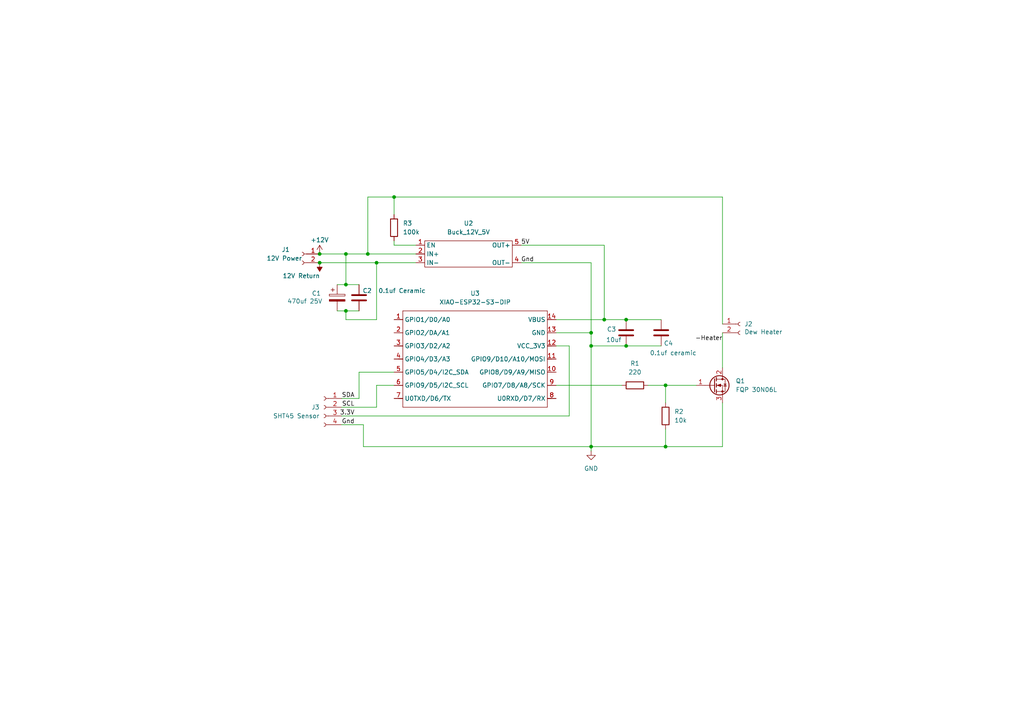
<source format=kicad_sch>
(kicad_sch (version 20250114) (generator "eeschema") (generator_version "9.0")
  (paper "A4")
  (title_block (title "Dew Heater Controller for Q150") (date "2026-01-27") (rev "0.1") (company "Mark Pinnuck"))
  (lib_symbols
    (symbol "Connector:Conn_01x02_Socket" (pin_names (offset 1.016) (hide yes))
      (property "Reference" "J" (at 0 2.54 0))
      (property "Value" "Conn_01x02_Socket" (at 0 -5.08 0))
      (symbol "Conn_01x02_Socket_1_1"
        (polyline (pts (xy -1.27 0) (xy -0.508 0)) (stroke (width 0.1524)))
        (polyline (pts (xy -1.27 -2.54) (xy -0.508 -2.54)) (stroke (width 0.1524)))
        (arc (start 0 -0.508) (mid -0.5058 0) (end 0 0.508) (stroke (width 0.1524)))
        (arc (start 0 -3.048) (mid -0.5058 -2.54) (end 0 -2.032) (stroke (width 0.1524)))
        (pin passive line (at -5.08 0 0) (length 3.81) (name "Pin_1") (number "1"))
        (pin passive line (at -5.08 -2.54 0) (length 3.81) (name "Pin_2") (number "2"))
      )
    )
    (symbol "Connector:Conn_01x04_Socket" (pin_names (offset 1.016) (hide yes))
      (property "Reference" "J" (at 0 5.08 0))
      (property "Value" "Conn_01x04_Socket" (at 0 -7.62 0))
      (symbol "Conn_01x04_Socket_1_1"
        (polyline (pts (xy -1.27 2.54) (xy -0.508 2.54)) (stroke (width 0.1524)))
        (polyline (pts (xy -1.27 0) (xy -0.508 0)) (stroke (width 0.1524)))
        (polyline (pts (xy -1.27 -2.54) (xy -0.508 -2.54)) (stroke (width 0.1524)))
        (polyline (pts (xy -1.27 -5.08) (xy -0.508 -5.08)) (stroke (width 0.1524)))
        (arc (start 0 2.032) (mid -0.5058 2.54) (end 0 3.048) (stroke (width 0.1524)))
        (arc (start 0 -0.508) (mid -0.5058 0) (end 0 0.508) (stroke (width 0.1524)))
        (arc (start 0 -3.048) (mid -0.5058 -2.54) (end 0 -2.032) (stroke (width 0.1524)))
        (arc (start 0 -5.588) (mid -0.5058 -5.08) (end 0 -4.572) (stroke (width 0.1524)))
        (pin passive line (at -5.08 2.54 0) (length 3.81) (name "Pin_1") (number "1"))
        (pin passive line (at -5.08 0 0) (length 3.81) (name "Pin_2") (number "2"))
        (pin passive line (at -5.08 -2.54 0) (length 3.81) (name "Pin_3") (number "3"))
        (pin passive line (at -5.08 -5.08 0) (length 3.81) (name "Pin_4") (number "4"))
      )
    )
    (symbol "Device:C" (pin_numbers (hide yes)) (pin_names (offset 0.254))
      (property "Reference" "C" (at 0.635 2.54 0))
      (property "Value" "C" (at 0.635 -2.54 0))
      (symbol "C_0_1"
        (polyline (pts (xy -2.032 0.762) (xy 2.032 0.762)) (stroke (width 0.508)))
        (polyline (pts (xy -2.032 -0.762) (xy 2.032 -0.762)) (stroke (width 0.508)))
      )
      (symbol "C_1_1"
        (pin passive line (at 0 3.81 270) (length 2.794) (name "~") (number "1"))
        (pin passive line (at 0 -3.81 90) (length 2.794) (name "~") (number "2"))
      )
    )
    (symbol "Device:C_Polarized" (pin_numbers (hide yes)) (pin_names (offset 0.254))
      (property "Reference" "C" (at 0.635 2.54 0))
      (property "Value" "C_Polarized" (at 0.635 -2.54 0))
      (symbol "C_Polarized_0_1"
        (rectangle (start -2.286 0.508) (end 2.286 1.016))
        (polyline (pts (xy -1.778 2.286) (xy -0.762 2.286)))
        (polyline (pts (xy -1.27 2.794) (xy -1.27 1.778)))
        (rectangle (start 2.286 -0.508) (end -2.286 -1.016) (fill (type outline)))
      )
      (symbol "C_Polarized_1_1"
        (pin passive line (at 0 3.81 270) (length 2.794) (name "~") (number "1"))
        (pin passive line (at 0 -3.81 90) (length 2.794) (name "~") (number "2"))
      )
    )
    (symbol "Device:R" (pin_numbers (hide yes)) (pin_names (offset 0))
      (property "Reference" "R" (at 2.032 0 90))
      (property "Value" "R" (at 0 0 90))
      (symbol "R_0_1"
        (rectangle (start -1.016 -2.54) (end 1.016 2.54) (stroke (width 0.254)))
      )
      (symbol "R_1_1"
        (pin passive line (at 0 3.81 270) (length 1.27) (name "~") (number "1"))
        (pin passive line (at 0 -3.81 90) (length 1.27) (name "~") (number "2"))
      )
    )
    (symbol "MP_Power_modules:MP_Buck_12V_5V_Tunghey"
      (property "Reference" "U2" (at 0 8.89 0))
      (property "Value" "Buck_12V_5V" (at 0 6.35 0))
      (symbol "MP_Buck_12V_5V_Tunghey_0_1"
        (rectangle (start -12.7 3.81) (end 12.7 -3.81))
      )
      (symbol "MP_Buck_12V_5V_Tunghey_1_1"
        (pin input line (at -15.24 2.54 0) (length 2.54) (name "EN") (number "1"))
        (pin power_in line (at -15.24 0 0) (length 2.54) (name "IN+") (number "2"))
        (pin power_in line (at -15.24 -2.54 0) (length 2.54) (name "IN-") (number "3"))
        (pin power_out line (at 15.24 2.54 180) (length 2.54) (name "OUT+") (number "5"))
        (pin power_out line (at 15.24 -2.54 180) (length 2.54) (name "OUT-") (number "4"))
      )
    )
    (symbol "Seeed_Studio_XIAO_Series:XIAO-ESP32-S3-DIP"
      (property "Reference" "U" (at 1.27 0.508 0))
      (property "Value" "XIAO-ESP32-S3-DIP" (at 9.652 -1.778 0))
      (symbol "XIAO-ESP32-S3-DIP_1_0"
        (polyline (pts (xy 0 -2.54) (xy 41.91 -2.54)) (stroke (width 0.1524)))
        (polyline (pts (xy 0 -5.08) (xy -1.27 -5.08)) (stroke (width 0.1524)))
        (polyline (pts (xy 0 -5.08) (xy 0 -2.54)) (stroke (width 0.1524)))
        (polyline (pts (xy 0 -8.89) (xy -1.27 -8.89)) (stroke (width 0.1524)))
        (polyline (pts (xy 0 -8.89) (xy 0 -5.08)) (stroke (width 0.1524)))
        (polyline (pts (xy 0 -12.7) (xy -1.27 -12.7)) (stroke (width 0.1524)))
        (polyline (pts (xy 0 -12.7) (xy 0 -8.89)) (stroke (width 0.1524)))
        (polyline (pts (xy 0 -16.51) (xy -1.27 -16.51)) (stroke (width 0.1524)))
        (polyline (pts (xy 0 -16.51) (xy 0 -12.7)) (stroke (width 0.1524)))
        (polyline (pts (xy 0 -20.32) (xy -1.27 -20.32)) (stroke (width 0.1524)))
        (polyline (pts (xy 0 -24.13) (xy -1.27 -24.13)) (stroke (width 0.1524)))
        (polyline (pts (xy 0 -27.94) (xy -1.27 -27.94)) (stroke (width 0.1524)))
        (polyline (pts (xy 0 -30.48) (xy 0 -16.51)) (stroke (width 0.1524)))
        (polyline (pts (xy 41.91 -2.54) (xy 41.91 -5.08)) (stroke (width 0.1524)))
        (polyline (pts (xy 41.91 -5.08) (xy 41.91 -8.89)) (stroke (width 0.1524)))
        (polyline (pts (xy 41.91 -8.89) (xy 41.91 -12.7)) (stroke (width 0.1524)))
        (polyline (pts (xy 41.91 -12.7) (xy 41.91 -30.48)) (stroke (width 0.1524)))
        (polyline (pts (xy 41.91 -30.48) (xy 0 -30.48)) (stroke (width 0.1524)))
        (polyline (pts (xy 43.18 -5.08) (xy 41.91 -5.08)) (stroke (width 0.1524)))
        (polyline (pts (xy 43.18 -8.89) (xy 41.91 -8.89)) (stroke (width 0.1524)))
        (polyline (pts (xy 43.18 -12.7) (xy 41.91 -12.7)) (stroke (width 0.1524)))
        (polyline (pts (xy 43.18 -16.51) (xy 41.91 -16.51)) (stroke (width 0.1524)))
        (polyline (pts (xy 43.18 -20.32) (xy 41.91 -20.32)) (stroke (width 0.1524)))
        (polyline (pts (xy 43.18 -24.13) (xy 41.91 -24.13)) (stroke (width 0.1524)))
        (polyline (pts (xy 43.18 -27.94) (xy 41.91 -27.94)) (stroke (width 0.1524)))
        (pin passive line (at -2.54 -5.08 0) (length 2.54) (name "GPIO1/D0/A0") (number "1"))
        (pin passive line (at -2.54 -8.89 0) (length 2.54) (name "GPIO2/DA/A1") (number "2"))
        (pin passive line (at -2.54 -12.7 0) (length 2.54) (name "GPIO3/D2/A2") (number "3"))
        (pin passive line (at -2.54 -16.51 0) (length 2.54) (name "GPIO4/D3/A3") (number "4"))
        (pin passive line (at -2.54 -20.32 0) (length 2.54) (name "GPIO5/D4/I2C_SDA") (number "5"))
        (pin passive line (at -2.54 -24.13 0) (length 2.54) (name "GPIO9/D5/I2C_SCL") (number "6"))
        (pin passive line (at -2.54 -27.94 0) (length 2.54) (name "U0TXD/D6/TX") (number "7"))
        (pin passive line (at 44.45 -5.08 180) (length 2.54) (name "VBUS") (number "14"))
        (pin passive line (at 44.45 -8.89 180) (length 2.54) (name "GND") (number "13"))
        (pin passive line (at 44.45 -12.7 180) (length 2.54) (name "VCC_3V3") (number "12"))
        (pin passive line (at 44.45 -16.51 180) (length 2.54) (name "GPIO9/D10/A10/MOSI") (number "11"))
        (pin passive line (at 44.45 -20.32 180) (length 2.54) (name "GPIO8/D9/A9/MISO") (number "10"))
        (pin passive line (at 44.45 -24.13 180) (length 2.54) (name "GPIO7/D8/A8/SCK") (number "9"))
        (pin passive line (at 44.45 -27.94 180) (length 2.54) (name "U0RXD/D7/RX") (number "8"))
      )
    )
    (symbol "Transistor_FET:Q_NMOS_GDS" (pin_names (offset 0) (hide yes))
      (property "Reference" "Q" (at 5.08 1.905 0))
      (property "Value" "Q_NMOS_GDS" (at 5.08 0 0))
      (symbol "Q_NMOS_GDS_0_1"
        (polyline (pts (xy 0.254 1.905) (xy 0.254 -1.905)) (stroke (width 0.254)))
        (polyline (pts (xy 0.254 0) (xy -2.54 0)))
        (polyline (pts (xy 0.762 2.286) (xy 0.762 1.27)) (stroke (width 0.254)))
        (polyline (pts (xy 0.762 0.508) (xy 0.762 -0.508)) (stroke (width 0.254)))
        (polyline (pts (xy 0.762 -1.27) (xy 0.762 -2.286)) (stroke (width 0.254)))
        (polyline (pts (xy 0.762 -1.778) (xy 3.302 -1.778) (xy 3.302 1.778) (xy 0.762 1.778)))
        (polyline (pts (xy 1.016 0) (xy 2.032 0.381) (xy 2.032 -0.381) (xy 1.016 0)) (fill (type outline)))
        (circle (center 1.651 0) (radius 2.794) (stroke (width 0.254)))
        (polyline (pts (xy 2.54 2.54) (xy 2.54 1.778)))
        (circle (center 2.54 1.778) (radius 0.254) (fill (type outline)))
        (circle (center 2.54 -1.778) (radius 0.254) (fill (type outline)))
        (polyline (pts (xy 2.54 -2.54) (xy 2.54 0) (xy 0.762 0)))
        (polyline (pts (xy 2.921 0.381) (xy 3.683 0.381)))
        (polyline (pts (xy 3.302 0.381) (xy 2.921 -0.254) (xy 3.683 -0.254) (xy 3.302 0.381)))
      )
      (symbol "Q_NMOS_GDS_1_1"
        (pin input line (at -5.08 0 0) (length 2.54) (name "G") (number "1"))
        (pin passive line (at 2.54 5.08 270) (length 2.54) (name "D") (number "2"))
        (pin passive line (at 2.54 -5.08 90) (length 2.54) (name "S") (number "3"))
      )
    )
    (symbol "power:+12V" (power) (pin_numbers (hide yes)) (pin_names (offset 0) (hide yes))
      (property "Value" "+12V" (at 0 3.556 0))
      (symbol "+12V_0_1"
        (polyline (pts (xy -0.762 1.27) (xy 0 2.54)))
        (polyline (pts (xy 0 2.54) (xy 0.762 1.27)))
        (polyline (pts (xy 0 0) (xy 0 2.54)))
      )
      (symbol "+12V_1_1"
        (pin power_in line (at 0 0 90) (length 0) (name "~") (number "1"))
      )
    )
    (symbol "power:-12V" (power) (pin_numbers (hide yes)) (pin_names (offset 0) (hide yes))
      (property "Value" "-12V" (at 0 3.556 0))
      (symbol "-12V_0_0"
        (pin power_in line (at 0 0 90) (length 0) (name "~") (number "1"))
      )
      (symbol "-12V_0_1"
        (polyline (pts (xy 0 0) (xy 0 1.27) (xy 0.762 1.27) (xy 0 2.54) (xy -0.762 1.27) (xy 0 1.27)) (fill (type outline)))
      )
    )
    (symbol "power:GND" (power) (pin_numbers (hide yes)) (pin_names (offset 0) (hide yes))
      (property "Value" "GND" (at 0 -3.81 0))
      (symbol "GND_0_1"
        (polyline (pts (xy 0 0) (xy 0 -1.27) (xy 1.27 -1.27) (xy 0 -2.54) (xy -1.27 -1.27) (xy 0 -1.27)))
      )
      (symbol "GND_1_1"
        (pin power_in line (at 0 0 270) (length 0) (name "~") (number "1"))
      )
    )
  )
  (junction (at 114.3 57.15))
  (junction (at 193.04 111.76))
  (junction (at 171.45 129.54))
  (junction (at 193.04 129.54))
  (junction (at 92.71 76.2))
  (junction (at 109.22 76.2))
  (junction (at 171.45 96.52))
  (junction (at 181.61 92.71))
  (junction (at 175.26 92.71))
  (junction (at 100.33 82.55))
  (junction (at 100.33 73.66))
  (junction (at 171.45 100.33))
  (junction (at 106.68 73.66))
  (junction (at 100.33 90.17))
  (junction (at 181.61 100.33))
  (junction (at 92.71 73.66))
  (wire (pts (xy 104.14 107.95) (xy 104.14 115.57)))
  (wire (pts (xy 175.26 92.71) (xy 181.61 92.71)))
  (wire (pts (xy 100.33 92.71) (xy 109.22 92.71)))
  (wire (pts (xy 97.79 82.55) (xy 100.33 82.55)))
  (wire (pts (xy 109.22 76.2) (xy 120.65 76.2)))
  (wire (pts (xy 171.45 100.33) (xy 181.61 100.33)))
  (wire (pts (xy 105.41 129.54) (xy 171.45 129.54)))
  (wire (pts (xy 209.55 96.52) (xy 209.55 106.68)))
  (wire (pts (xy 100.33 73.66) (xy 106.68 73.66)))
  (wire (pts (xy 151.13 71.12) (xy 175.26 71.12)))
  (wire (pts (xy 171.45 129.54) (xy 193.04 129.54)))
  (wire (pts (xy 209.55 116.84) (xy 209.55 129.54)))
  (wire (pts (xy 161.29 92.71) (xy 175.26 92.71)))
  (wire (pts (xy 181.61 92.71) (xy 191.77 92.71)))
  (wire (pts (xy 100.33 90.17) (xy 100.33 92.71)))
  (wire (pts (xy 193.04 129.54) (xy 209.55 129.54)))
  (wire (pts (xy 165.1 100.33) (xy 165.1 120.65)))
  (wire (pts (xy 105.41 123.19) (xy 105.41 129.54)))
  (wire (pts (xy 161.29 111.76) (xy 180.34 111.76)))
  (wire (pts (xy 161.29 100.33) (xy 165.1 100.33)))
  (wire (pts (xy 114.3 107.95) (xy 104.14 107.95)))
  (wire (pts (xy 151.13 76.2) (xy 171.45 76.2)))
  (wire (pts (xy 92.71 73.66) (xy 100.33 73.66)))
  (wire (pts (xy 105.41 123.19) (xy 99.06 123.19)))
  (wire (pts (xy 109.22 111.76) (xy 109.22 118.11)))
  (wire (pts (xy 209.55 57.15) (xy 209.55 93.98)))
  (wire (pts (xy 114.3 111.76) (xy 109.22 111.76)))
  (wire (pts (xy 171.45 76.2) (xy 171.45 96.52)))
  (wire (pts (xy 100.33 90.17) (xy 104.14 90.17)))
  (wire (pts (xy 106.68 73.66) (xy 120.65 73.66)))
  (wire (pts (xy 106.68 57.15) (xy 114.3 57.15)))
  (wire (pts (xy 171.45 96.52) (xy 171.45 100.33)))
  (wire (pts (xy 100.33 73.66) (xy 100.33 82.55)))
  (wire (pts (xy 92.71 76.2) (xy 109.22 76.2)))
  (wire (pts (xy 161.29 96.52) (xy 171.45 96.52)))
  (wire (pts (xy 193.04 124.46) (xy 193.04 129.54)))
  (wire (pts (xy 187.96 111.76) (xy 193.04 111.76)))
  (wire (pts (xy 193.04 111.76) (xy 193.04 116.84)))
  (wire (pts (xy 114.3 71.12) (xy 120.65 71.12)))
  (wire (pts (xy 104.14 115.57) (xy 99.06 115.57)))
  (wire (pts (xy 106.68 73.66) (xy 106.68 57.15)))
  (wire (pts (xy 114.3 69.85) (xy 114.3 71.12)))
  (wire (pts (xy 171.45 130.81) (xy 171.45 129.54)))
  (wire (pts (xy 193.04 111.76) (xy 201.93 111.76)))
  (wire (pts (xy 99.06 118.11) (xy 109.22 118.11)))
  (wire (pts (xy 114.3 57.15) (xy 114.3 62.23)))
  (wire (pts (xy 99.06 120.65) (xy 165.1 120.65)))
  (wire (pts (xy 175.26 71.12) (xy 175.26 92.71)))
  (wire (pts (xy 109.22 76.2) (xy 109.22 92.71)))
  (wire (pts (xy 181.61 100.33) (xy 191.77 100.33)))
  (wire (pts (xy 97.79 90.17) (xy 100.33 90.17)))
  (wire (pts (xy 114.3 57.15) (xy 209.55 57.15)))
  (wire (pts (xy 171.45 129.54) (xy 171.45 100.33)))
  (wire (pts (xy 100.33 82.55) (xy 104.14 82.55)))
  (label "Gnd" (at 102.87 123.19 180))
  (label "SCL" (at 102.87 118.11 180))
  (label "5V" (at 151.13 71.12 0))
  (label "Gnd" (at 151.13 76.2 0))
  (label "-Heater" (at 209.55 99.06 180))
  (label "SDA" (at 102.87 115.57 180))
  (label "3.3V" (at 102.87 120.65 180))
  (symbol (lib_id "Transistor_FET:Q_NMOS_GDS") (at 207.01 111.76 0) (unit 1)
    (property "Reference" "Q1" (at 213.36 110.4899 0) (effects (justify left)))
    (property "Value" "FQP 30N06L" (at 213.36 113.0299 0) (effects (justify left)))
    (property "Footprint" "Package_TO_SOT_THT:TO-218-3_Vertical" (effects (hide yes)))
    (property "Description" "N-MOSFET transistor, gate/drain/source" (effects (hide yes)))
  )
  (symbol (lib_id "Device:C") (at 181.61 96.52 0) (unit 1)
    (property "Reference" "C3" (at 176.022 95.504 0) (effects (justify left)))
    (property "Value" "10uf" (at 175.768 98.552 0) (effects (justify left)))
    (property "Footprint" "Capacitor_THT:C_Disc_D5.1mm_W3.2mm_P5.00mm" (effects (hide yes)))
    (property "Description" "Unpolarized capacitor" (effects (hide yes)))
  )
  (symbol (lib_id "Device:C_Polarized") (at 97.79 86.36 0) (unit 1)
    (property "Reference" "C1" (at 90.424 85.09 0) (effects (justify left)))
    (property "Value" "470uf 25V" (at 83.312 87.376 0) (effects (justify left)))
    (property "Footprint" "Capacitor_THT:CP_Radial_D10.0mm_P5.00mm" (effects (hide yes)))
    (property "Description" "Polarized capacitor" (effects (hide yes)))
  )
  (symbol (lib_id "Device:R") (at 114.3 66.04 0) (unit 1)
    (property "Reference" "R3" (at 116.84 64.7699 0) (effects (justify left)))
    (property "Value" "100k" (at 116.84 67.3099 0) (effects (justify left)))
    (property "Footprint" "Resistor_THT:R_Axial_DIN0207_L6.3mm_D2.5mm_P7.62mm_Horizontal" (effects (hide yes)))
    (property "Description" "Resistor" (effects (hide yes)))
  )
  (symbol (lib_id "Device:C") (at 104.14 86.36 0) (unit 1)
    (property "Reference" "C2" (at 105.156 84.328 0) (effects (justify left)))
    (property "Value" "0.1uf Ceramic" (at 109.728 84.328 0) (effects (justify left)))
    (property "Footprint" "Capacitor_THT:C_Disc_D5.1mm_W3.2mm_P5.00mm" (effects (hide yes)))
    (property "Description" "Unpolarized capacitor" (effects (hide yes)))
  )
  (symbol (lib_id "Connector:Conn_01x02_Socket") (at 87.63 73.66 0) (mirror y) (unit 1)
    (property "Reference" "J1" (at 84.074 72.39 0) (effects (justify left)))
    (property "Value" "12V Power" (at 87.63 74.93 0) (effects (justify left)))
    (property "Footprint" "Connector_JST:JST_XH_B2B-XH-A_1x02_P2.50mm_Vertical" (effects (hide yes)))
    (property "Description" "Generic connector, single row, 01x02, script generated" (effects (hide yes)))
  )
  (symbol (lib_id "MP_Power_modules:MP_Buck_12V_5V_Tunghey") (at 135.89 73.66 0) (unit 1)
    (property "Reference" "U2" (at 135.89 64.77 0))
    (property "Value" "Buck_12V_5V" (at 135.89 67.31 0))
    (property "Footprint" "Library:MP_Buck_Tunghey_5Pin_THT" (effects (hide yes)))
    (property "Description" "Tunghey 12V to 5V Buck Converter" (effects (hide yes)))
  )
  (symbol (lib_id "Device:R") (at 184.15 111.76 90) (unit 1)
    (property "Reference" "R1" (at 184.15 105.41 90))
    (property "Value" "220" (at 184.15 107.95 90))
    (property "Footprint" "Resistor_THT:R_Axial_DIN0207_L6.3mm_D2.5mm_P7.62mm_Horizontal" (effects (hide yes)))
    (property "Description" "Resistor" (effects (hide yes)))
  )
  (symbol (lib_id "Connector:Conn_01x02_Socket") (at 214.63 93.98 0) (unit 1)
    (property "Reference" "J2" (at 215.9 93.9799 0) (effects (justify left)))
    (property "Value" "Dew Heater" (at 215.9 96.266 0) (effects (justify left)))
    (property "Footprint" "Connector_JST:JST_XH_B2B-XH-A_1x02_P2.50mm_Vertical" (effects (hide yes)))
    (property "Description" "Generic connector, single row, 01x02, script generated" (effects (hide yes)))
  )
  (symbol (lib_id "power:+12V") (at 92.71 73.66 0) (unit 1)
    (property "Reference" "#PWR01" (effects (hide yes)))
    (property "Value" "+12V" (at 92.71 69.596 0))
    (property "Description" "Power symbol creates a global label with name \"+12V\"" (effects (hide yes)))
  )
  (symbol (lib_id "Seeed_Studio_XIAO_Series:XIAO-ESP32-S3-DIP") (at 116.84 87.63 0) (unit 1)
    (property "Reference" "U3" (at 137.795 85.09 0))
    (property "Value" "XIAO-ESP32-S3-DIP" (at 137.795 87.63 0))
    (property "Footprint" "RF_Module:MCU_Seeed_ESP32C3" (effects (hide yes)))
  )
  (symbol (lib_id "Device:C") (at 191.77 96.52 0) (unit 1)
    (property "Reference" "C4" (at 192.532 99.568 0) (effects (justify left)))
    (property "Value" "0.1uf ceramic" (at 188.468 102.362 0) (effects (justify left)))
    (property "Footprint" "Capacitor_THT:C_Disc_D5.1mm_W3.2mm_P5.00mm" (effects (hide yes)))
    (property "Description" "Unpolarized capacitor" (effects (hide yes)))
  )
  (symbol (lib_id "Device:R") (at 193.04 120.65 0) (unit 1)
    (property "Reference" "R2" (at 195.58 119.3799 0) (effects (justify left)))
    (property "Value" "10k" (at 195.58 121.9199 0) (effects (justify left)))
    (property "Footprint" "Resistor_THT:R_Axial_DIN0207_L6.3mm_D2.5mm_P7.62mm_Horizontal" (effects (hide yes)))
    (property "Description" "Resistor" (effects (hide yes)))
  )
  (symbol (lib_id "power:-12V") (at 92.71 76.2 0) (mirror x) (unit 1)
    (property "Reference" "#PWR02" (effects (hide yes)))
    (property "Value" "12V Return" (at 87.376 80.01 0))
    (property "Description" "Power symbol creates a global label with name \"-12V\"" (effects (hide yes)))
  )
  (symbol (lib_id "Connector:Conn_01x04_Socket") (at 93.98 118.11 0) (mirror y) (unit 1)
    (property "Reference" "J3" (at 92.71 118.1099 0) (effects (justify left)))
    (property "Value" "SHT45 Sensor" (at 92.71 120.6499 0) (effects (justify left)))
    (property "Footprint" "Connector_JST:JST_XH_B4B-XH-A_1x04_P2.50mm_Vertical" (effects (hide yes)))
    (property "Description" "Generic connector, single row, 01x04, script generated" (effects (hide yes)))
  )
  (symbol (lib_id "power:GND") (at 171.45 130.81 0) (unit 1)
    (property "Reference" "#PWR03" (effects (hide yes)))
    (property "Value" "GND" (at 171.45 135.89 0))
    (property "Description" "Power symbol creates a global label with name \"GND\" , ground" (effects (hide yes)))
  )
)
</source>
